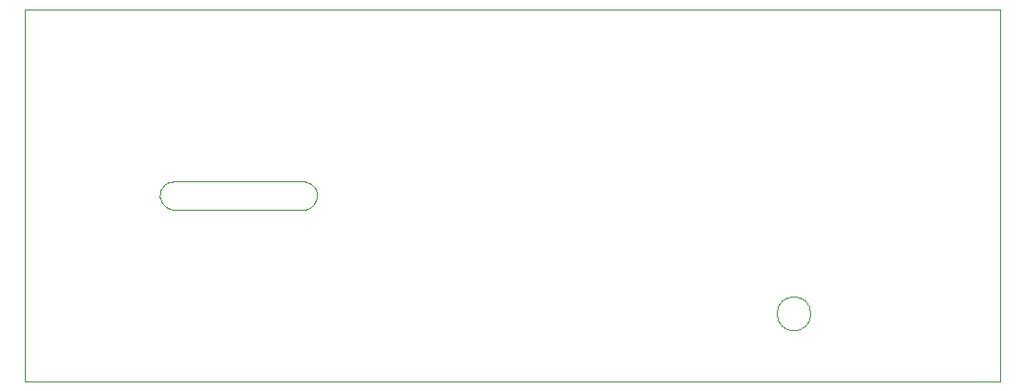
<source format=gbr>
%TF.GenerationSoftware,KiCad,Pcbnew,8.0.1*%
%TF.CreationDate,2024-04-28T14:47:00+02:00*%
%TF.ProjectId,2in-2out_2.0,32696e2d-326f-4757-945f-322e302e6b69,rev?*%
%TF.SameCoordinates,Original*%
%TF.FileFunction,Profile,NP*%
%FSLAX46Y46*%
G04 Gerber Fmt 4.6, Leading zero omitted, Abs format (unit mm)*
G04 Created by KiCad (PCBNEW 8.0.1) date 2024-04-28 14:47:00*
%MOMM*%
%LPD*%
G01*
G04 APERTURE LIST*
%TA.AperFunction,Profile*%
%ADD10C,0.050000*%
%TD*%
G04 APERTURE END LIST*
D10*
X130342049Y-51005032D02*
X130562546Y-51045046D01*
X130772355Y-51123789D01*
X130964732Y-51238729D01*
X131133494Y-51386172D01*
X131273217Y-51561379D01*
X131379410Y-51758719D01*
X131448660Y-51971849D01*
X131478741Y-52193919D01*
X131468687Y-52417792D01*
X131418821Y-52636271D01*
X131330744Y-52842336D01*
X131207289Y-53029362D01*
X131052423Y-53191339D01*
X130871124Y-53323061D01*
X130669219Y-53420294D01*
X130453196Y-53479912D01*
X130230000Y-53500000D01*
X118800000Y-53500000D01*
X118687951Y-53494968D01*
X118467454Y-53454954D01*
X118257645Y-53376211D01*
X118065268Y-53261271D01*
X117896506Y-53113828D01*
X117756783Y-52938621D01*
X117650590Y-52741281D01*
X117581340Y-52528151D01*
X117551259Y-52306081D01*
X117561313Y-52082208D01*
X117611179Y-51863729D01*
X117699256Y-51657664D01*
X117822711Y-51470638D01*
X117977577Y-51308661D01*
X118158876Y-51176939D01*
X118360781Y-51079706D01*
X118576804Y-51020088D01*
X118800000Y-51000000D01*
X130230000Y-51000000D01*
X130342049Y-51005032D01*
X175312092Y-62751281D02*
G75*
G02*
X172312092Y-62751281I-1500000J0D01*
G01*
X172312092Y-62751281D02*
G75*
G02*
X175312092Y-62751281I1500000J0D01*
G01*
%TO.C,HUT_CNMB_2*%
X105562092Y-68751281D02*
X192062092Y-68751281D01*
X192062092Y-68751281D02*
X192062092Y-35751281D01*
X105562092Y-35751281D02*
X105562092Y-68751281D01*
X192062092Y-35751281D02*
X105562092Y-35751281D01*
%TD*%
M02*

</source>
